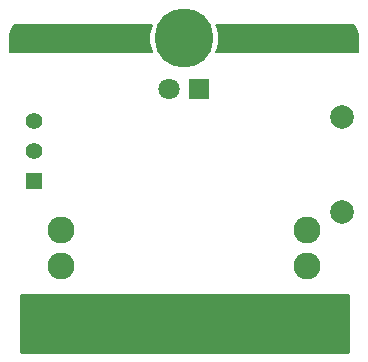
<source format=gtl>
%TF.GenerationSoftware,KiCad,Pcbnew,(5.1.10)-1*%
%TF.CreationDate,2021-07-18T19:04:49-07:00*%
%TF.ProjectId,project,70726f6a-6563-4742-9e6b-696361645f70,rev?*%
%TF.SameCoordinates,Original*%
%TF.FileFunction,Copper,L1,Top*%
%TF.FilePolarity,Positive*%
%FSLAX46Y46*%
G04 Gerber Fmt 4.6, Leading zero omitted, Abs format (unit mm)*
G04 Created by KiCad (PCBNEW (5.1.10)-1) date 2021-07-18 19:04:49*
%MOMM*%
%LPD*%
G01*
G04 APERTURE LIST*
%TA.AperFunction,ComponentPad*%
%ADD10C,1.998980*%
%TD*%
%TA.AperFunction,ComponentPad*%
%ADD11C,5.000000*%
%TD*%
%TA.AperFunction,ComponentPad*%
%ADD12C,2.286000*%
%TD*%
%TA.AperFunction,ComponentPad*%
%ADD13R,1.800000X1.800000*%
%TD*%
%TA.AperFunction,ComponentPad*%
%ADD14C,1.800000*%
%TD*%
%TA.AperFunction,ComponentPad*%
%ADD15R,1.397000X1.397000*%
%TD*%
%TA.AperFunction,ComponentPad*%
%ADD16C,1.397000*%
%TD*%
%TA.AperFunction,NonConductor*%
%ADD17C,0.200000*%
%TD*%
%TA.AperFunction,NonConductor*%
%ADD18C,0.100000*%
%TD*%
%TA.AperFunction,NonConductor*%
%ADD19C,0.254000*%
%TD*%
G04 APERTURE END LIST*
D10*
%TO.P,R1,1*%
%TO.N,Net-(D1-Pad1)*%
X188595000Y-81598000D03*
%TO.P,R1,2*%
%TO.N,Net-(BT1-Pad2)*%
X188595000Y-89598000D03*
%TD*%
D11*
%TO.P,REF\u002A\u002A,1*%
%TO.N,N/C*%
X175260000Y-74930000D03*
%TD*%
D12*
%TO.P,BT1,1*%
%TO.N,Net-(BT1-Pad1)*%
X185674000Y-94234000D03*
X164846000Y-94234000D03*
X185674000Y-91186000D03*
X164846000Y-91186000D03*
%TD*%
D13*
%TO.P,D1,1*%
%TO.N,Net-(D1-Pad1)*%
X176530000Y-79248000D03*
D14*
%TO.P,D1,2*%
%TO.N,Net-(D1-Pad2)*%
X173990000Y-79248000D03*
%TD*%
D15*
%TO.P,SW1,1*%
%TO.N,Net-(SW1-Pad1)*%
X162560000Y-86995000D03*
D16*
%TO.P,SW1,2*%
%TO.N,Net-(BT1-Pad1)*%
X162560000Y-84455000D03*
%TO.P,SW1,3*%
%TO.N,Net-(D1-Pad2)*%
X162560000Y-81915000D03*
%TD*%
D17*
X172423367Y-74069517D02*
X172310000Y-74639450D01*
X172310000Y-75220550D01*
X172423367Y-75790483D01*
X172551573Y-76100000D01*
X160520000Y-76100000D01*
X160520000Y-74954458D01*
X160561204Y-74534228D01*
X160676143Y-74153531D01*
X160862839Y-73802406D01*
X160897424Y-73760000D01*
X172551573Y-73760000D01*
X172423367Y-74069517D01*
%TA.AperFunction,NonConductor*%
D18*
G36*
X172423367Y-74069517D02*
G01*
X172310000Y-74639450D01*
X172310000Y-75220550D01*
X172423367Y-75790483D01*
X172551573Y-76100000D01*
X160520000Y-76100000D01*
X160520000Y-74954458D01*
X160561204Y-74534228D01*
X160676143Y-74153531D01*
X160862839Y-73802406D01*
X160897424Y-73760000D01*
X172551573Y-73760000D01*
X172423367Y-74069517D01*
G37*
%TD.AperFunction*%
D17*
X189649250Y-73790590D02*
X189838390Y-74140396D01*
X189955985Y-74520283D01*
X190000000Y-74939063D01*
X190000000Y-76100000D01*
X177968427Y-76100000D01*
X178096633Y-75790483D01*
X178210000Y-75220550D01*
X178210000Y-74639450D01*
X178096633Y-74069517D01*
X177968427Y-73760000D01*
X189623944Y-73760000D01*
X189649250Y-73790590D01*
%TA.AperFunction,NonConductor*%
D18*
G36*
X189649250Y-73790590D02*
G01*
X189838390Y-74140396D01*
X189955985Y-74520283D01*
X190000000Y-74939063D01*
X190000000Y-76100000D01*
X177968427Y-76100000D01*
X178096633Y-75790483D01*
X178210000Y-75220550D01*
X178210000Y-74639450D01*
X178096633Y-74069517D01*
X177968427Y-73760000D01*
X189623944Y-73760000D01*
X189649250Y-73790590D01*
G37*
%TD.AperFunction*%
D19*
X189103000Y-101473000D02*
X161417000Y-101473000D01*
X161417000Y-96647000D01*
X189103000Y-96647000D01*
X189103000Y-101473000D01*
%TA.AperFunction,NonConductor*%
D18*
G36*
X189103000Y-101473000D02*
G01*
X161417000Y-101473000D01*
X161417000Y-96647000D01*
X189103000Y-96647000D01*
X189103000Y-101473000D01*
G37*
%TD.AperFunction*%
M02*

</source>
